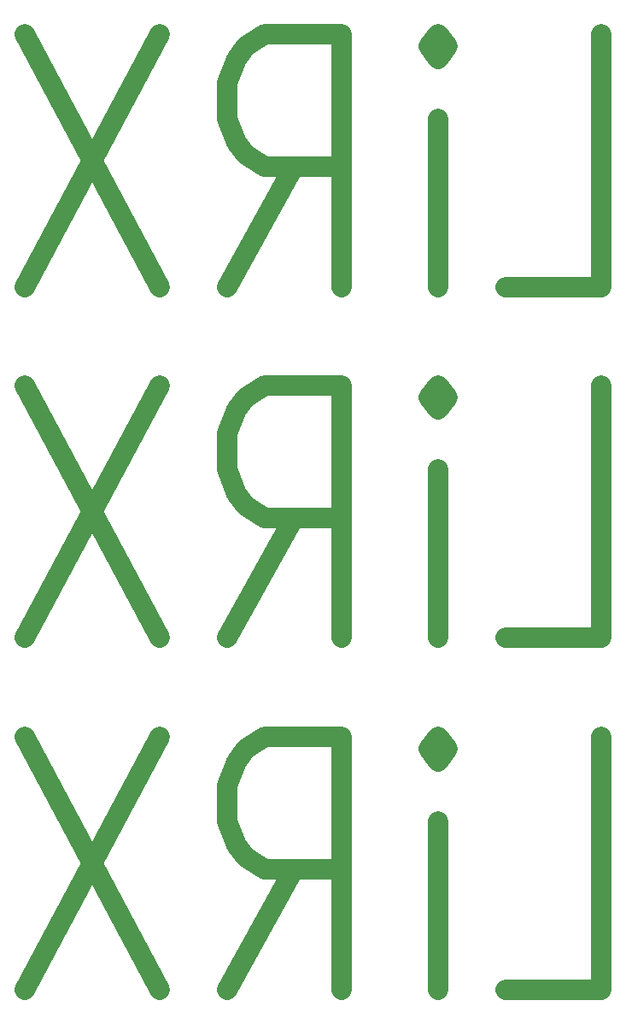
<source format=gbr>
%TF.GenerationSoftware,KiCad,Pcbnew,6.0.0~rc2+dfsg1-1*%
%TF.CreationDate,2022-01-14T16:17:06+00:00*%
%TF.ProjectId,LiRX_tht_nutzen,4c695258-5f74-4687-945f-6e75747a656e,rev?*%
%TF.SameCoordinates,Original*%
%TF.FileFunction,Legend,Bot*%
%TF.FilePolarity,Positive*%
%FSLAX46Y46*%
G04 Gerber Fmt 4.6, Leading zero omitted, Abs format (unit mm)*
G04 Created by KiCad (PCBNEW 6.0.0~rc2+dfsg1-1) date 2022-01-14 16:17:06*
%MOMM*%
%LPD*%
G01*
G04 APERTURE LIST*
%ADD10C,2.000000*%
G04 APERTURE END LIST*
D10*
X115795238Y-74800012D02*
X125319047Y-74800012D01*
X125319047Y-49800012D01*
X109128571Y-74800012D02*
X109128571Y-58133346D01*
X109128571Y-49800012D02*
X110080952Y-50990489D01*
X109128571Y-52180965D01*
X108176190Y-50990489D01*
X109128571Y-49800012D01*
X109128571Y-52180965D01*
X88176190Y-74800012D02*
X94842857Y-62895250D01*
X99604761Y-74800012D02*
X99604761Y-49800012D01*
X91985714Y-49800012D01*
X90080952Y-50990489D01*
X89128571Y-52180965D01*
X88176190Y-54561917D01*
X88176190Y-58133346D01*
X89128571Y-60514298D01*
X90080952Y-61704774D01*
X91985714Y-62895250D01*
X99604761Y-62895250D01*
X81509523Y-49800012D02*
X68176190Y-74800012D01*
X68176190Y-49800012D02*
X81509523Y-74800012D01*
X115795238Y-109564034D02*
X125319047Y-109564034D01*
X125319047Y-84564034D01*
X109128571Y-109564034D02*
X109128571Y-92897368D01*
X109128571Y-84564034D02*
X110080952Y-85754511D01*
X109128571Y-86944987D01*
X108176190Y-85754511D01*
X109128571Y-84564034D01*
X109128571Y-86944987D01*
X88176190Y-109564034D02*
X94842857Y-97659272D01*
X99604761Y-109564034D02*
X99604761Y-84564034D01*
X91985714Y-84564034D01*
X90080952Y-85754511D01*
X89128571Y-86944987D01*
X88176190Y-89325939D01*
X88176190Y-92897368D01*
X89128571Y-95278320D01*
X90080952Y-96468796D01*
X91985714Y-97659272D01*
X99604761Y-97659272D01*
X81509523Y-84564034D02*
X68176190Y-109564034D01*
X68176190Y-84564034D02*
X81509523Y-109564034D01*
X115795238Y-144394523D02*
X125319047Y-144394523D01*
X125319047Y-119394523D01*
X109128571Y-144394523D02*
X109128571Y-127727857D01*
X109128571Y-119394523D02*
X110080952Y-120585000D01*
X109128571Y-121775476D01*
X108176190Y-120585000D01*
X109128571Y-119394523D01*
X109128571Y-121775476D01*
X88176190Y-144394523D02*
X94842857Y-132489761D01*
X99604761Y-144394523D02*
X99604761Y-119394523D01*
X91985714Y-119394523D01*
X90080952Y-120585000D01*
X89128571Y-121775476D01*
X88176190Y-124156428D01*
X88176190Y-127727857D01*
X89128571Y-130108809D01*
X90080952Y-131299285D01*
X91985714Y-132489761D01*
X99604761Y-132489761D01*
X81509523Y-119394523D02*
X68176190Y-144394523D01*
X68176190Y-119394523D02*
X81509523Y-144394523D01*
M02*

</source>
